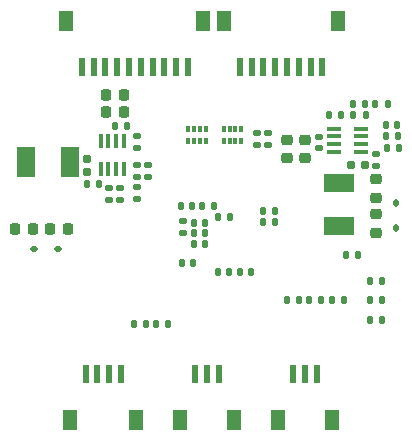
<source format=gbr>
%TF.GenerationSoftware,KiCad,Pcbnew,7.0.9*%
%TF.CreationDate,2023-12-01T13:28:00+08:00*%
%TF.ProjectId,NewSkyF7-Air,4e657753-6b79-4463-972d-4169722e6b69,rev?*%
%TF.SameCoordinates,Original*%
%TF.FileFunction,Paste,Bot*%
%TF.FilePolarity,Positive*%
%FSLAX46Y46*%
G04 Gerber Fmt 4.6, Leading zero omitted, Abs format (unit mm)*
G04 Created by KiCad (PCBNEW 7.0.9) date 2023-12-01 13:28:00*
%MOMM*%
%LPD*%
G01*
G04 APERTURE LIST*
G04 Aperture macros list*
%AMRoundRect*
0 Rectangle with rounded corners*
0 $1 Rounding radius*
0 $2 $3 $4 $5 $6 $7 $8 $9 X,Y pos of 4 corners*
0 Add a 4 corners polygon primitive as box body*
4,1,4,$2,$3,$4,$5,$6,$7,$8,$9,$2,$3,0*
0 Add four circle primitives for the rounded corners*
1,1,$1+$1,$2,$3*
1,1,$1+$1,$4,$5*
1,1,$1+$1,$6,$7*
1,1,$1+$1,$8,$9*
0 Add four rect primitives between the rounded corners*
20,1,$1+$1,$2,$3,$4,$5,0*
20,1,$1+$1,$4,$5,$6,$7,0*
20,1,$1+$1,$6,$7,$8,$9,0*
20,1,$1+$1,$8,$9,$2,$3,0*%
G04 Aperture macros list end*
%ADD10RoundRect,0.140000X-0.140000X-0.170000X0.140000X-0.170000X0.140000X0.170000X-0.140000X0.170000X0*%
%ADD11RoundRect,0.140000X0.140000X0.170000X-0.140000X0.170000X-0.140000X-0.170000X0.140000X-0.170000X0*%
%ADD12RoundRect,0.135000X-0.185000X0.135000X-0.185000X-0.135000X0.185000X-0.135000X0.185000X0.135000X0*%
%ADD13RoundRect,0.135000X0.185000X-0.135000X0.185000X0.135000X-0.185000X0.135000X-0.185000X-0.135000X0*%
%ADD14RoundRect,0.225000X-0.225000X-0.250000X0.225000X-0.250000X0.225000X0.250000X-0.225000X0.250000X0*%
%ADD15RoundRect,0.140000X-0.170000X0.140000X-0.170000X-0.140000X0.170000X-0.140000X0.170000X0.140000X0*%
%ADD16RoundRect,0.135000X-0.135000X-0.185000X0.135000X-0.185000X0.135000X0.185000X-0.135000X0.185000X0*%
%ADD17R,1.200000X1.800000*%
%ADD18R,0.600000X1.550000*%
%ADD19RoundRect,0.225000X-0.250000X0.225000X-0.250000X-0.225000X0.250000X-0.225000X0.250000X0.225000X0*%
%ADD20RoundRect,0.140000X0.170000X-0.140000X0.170000X0.140000X-0.170000X0.140000X-0.170000X-0.140000X0*%
%ADD21R,0.320000X0.500000*%
%ADD22RoundRect,0.135000X0.135000X0.185000X-0.135000X0.185000X-0.135000X-0.185000X0.135000X-0.185000X0*%
%ADD23RoundRect,0.225000X0.250000X-0.225000X0.250000X0.225000X-0.250000X0.225000X-0.250000X-0.225000X0*%
%ADD24RoundRect,0.112500X-0.112500X0.187500X-0.112500X-0.187500X0.112500X-0.187500X0.112500X0.187500X0*%
%ADD25R,0.300000X1.300000*%
%ADD26RoundRect,0.155000X0.212500X0.155000X-0.212500X0.155000X-0.212500X-0.155000X0.212500X-0.155000X0*%
%ADD27RoundRect,0.225000X0.225000X0.250000X-0.225000X0.250000X-0.225000X-0.250000X0.225000X-0.250000X0*%
%ADD28R,2.500000X1.500000*%
%ADD29R,1.500000X2.500000*%
%ADD30R,1.300000X0.300000*%
%ADD31RoundRect,0.155000X0.155000X-0.212500X0.155000X0.212500X-0.155000X0.212500X-0.155000X-0.212500X0*%
%ADD32RoundRect,0.112500X-0.187500X-0.112500X0.187500X-0.112500X0.187500X0.112500X-0.187500X0.112500X0*%
G04 APERTURE END LIST*
D10*
%TO.C,C25*%
X120270000Y-80790000D03*
X121230000Y-80790000D03*
%TD*%
D11*
%TO.C,C33*%
X132080000Y-83950000D03*
X131120000Y-83950000D03*
%TD*%
D12*
%TO.C,R9*%
X113400000Y-76380000D03*
X113400000Y-77400000D03*
%TD*%
D11*
%TO.C,C24*%
X119130000Y-82160000D03*
X118170000Y-82160000D03*
%TD*%
D13*
%TO.C,R12*%
X114340000Y-77400000D03*
X114340000Y-76380000D03*
%TD*%
D14*
%TO.C,C4*%
X110745000Y-71870000D03*
X112295000Y-71870000D03*
%TD*%
D10*
%TO.C,C8*%
X134472500Y-73010000D03*
X135432500Y-73010000D03*
%TD*%
D15*
%TO.C,C9*%
X111960000Y-78340000D03*
X111960000Y-79300000D03*
%TD*%
D16*
%TO.C,R13*%
X133572500Y-71160000D03*
X134592500Y-71160000D03*
%TD*%
D15*
%TO.C,C40*%
X124500000Y-73680000D03*
X124500000Y-74640000D03*
%TD*%
D11*
%TO.C,C29*%
X119130000Y-81240000D03*
X118170000Y-81240000D03*
%TD*%
%TO.C,C36*%
X130890000Y-87760000D03*
X129930000Y-87760000D03*
%TD*%
D17*
%TO.C,J1*%
X113330000Y-97945000D03*
X107730000Y-97945000D03*
D18*
X112030000Y-94070000D03*
X111030000Y-94070000D03*
X110030000Y-94070000D03*
X109030000Y-94070000D03*
%TD*%
D19*
%TO.C,C1*%
X126120000Y-74225000D03*
X126120000Y-75775000D03*
%TD*%
D11*
%TO.C,C30*%
X123030000Y-85410000D03*
X122070000Y-85410000D03*
%TD*%
D16*
%TO.C,R33*%
X134462500Y-73950000D03*
X135482500Y-73950000D03*
%TD*%
D11*
%TO.C,C28*%
X118050000Y-79820000D03*
X117090000Y-79820000D03*
%TD*%
D20*
%TO.C,C46*%
X123580000Y-74640000D03*
X123580000Y-73680000D03*
%TD*%
D21*
%TO.C,RN2*%
X120720000Y-73340000D03*
X121220000Y-73340000D03*
X121720000Y-73340000D03*
X122220000Y-73340000D03*
X122220000Y-74340000D03*
X121720000Y-74340000D03*
X121220000Y-74340000D03*
X120720000Y-74340000D03*
%TD*%
D22*
%TO.C,R11*%
X132722500Y-71160000D03*
X131702500Y-71160000D03*
%TD*%
D17*
%TO.C,J4*%
X120780000Y-64181750D03*
X130380000Y-64181750D03*
D18*
X122080000Y-68056750D03*
X123080000Y-68056750D03*
X124080000Y-68056750D03*
X125080000Y-68056750D03*
X126080000Y-68056750D03*
X127080000Y-68056750D03*
X128080000Y-68056750D03*
X129080000Y-68056750D03*
%TD*%
D11*
%TO.C,C27*%
X118120000Y-84650000D03*
X117160000Y-84650000D03*
%TD*%
D13*
%TO.C,R4*%
X111030000Y-79350000D03*
X111030000Y-78330000D03*
%TD*%
D14*
%TO.C,C15*%
X103065000Y-81800000D03*
X104615000Y-81800000D03*
%TD*%
D23*
%TO.C,C17*%
X133620000Y-82105000D03*
X133620000Y-80555000D03*
%TD*%
D13*
%TO.C,R18*%
X117260000Y-82100000D03*
X117260000Y-81080000D03*
%TD*%
D10*
%TO.C,C6*%
X111550000Y-73060000D03*
X112510000Y-73060000D03*
%TD*%
D22*
%TO.C,R26*%
X127110000Y-87770000D03*
X126090000Y-87770000D03*
%TD*%
%TO.C,R2*%
X135562500Y-74900000D03*
X134542500Y-74900000D03*
%TD*%
D14*
%TO.C,C2*%
X110745000Y-70410000D03*
X112295000Y-70410000D03*
%TD*%
D12*
%TO.C,R8*%
X133640000Y-75400000D03*
X133640000Y-76420000D03*
%TD*%
%TO.C,R14*%
X113410000Y-78240000D03*
X113410000Y-79260000D03*
%TD*%
D24*
%TO.C,D1*%
X135320000Y-79582500D03*
X135320000Y-81682500D03*
%TD*%
D11*
%TO.C,C31*%
X121210000Y-85410000D03*
X120250000Y-85410000D03*
%TD*%
D16*
%TO.C,R1*%
X129622500Y-72140000D03*
X130642500Y-72140000D03*
%TD*%
D25*
%TO.C,IC2*%
X112260000Y-76670000D03*
X111610000Y-76670000D03*
X110960000Y-76670000D03*
X110310000Y-76670000D03*
X110310000Y-74370000D03*
X110960000Y-74370000D03*
X111610000Y-74370000D03*
X112260000Y-74370000D03*
%TD*%
D17*
%TO.C,J36*%
X107410000Y-64180000D03*
X119010000Y-64180000D03*
D18*
X108710000Y-68055000D03*
X109710000Y-68055000D03*
X110710000Y-68055000D03*
X111710000Y-68055000D03*
X112710000Y-68055000D03*
X113710000Y-68055000D03*
X114710000Y-68055000D03*
X115710000Y-68055000D03*
X116710000Y-68055000D03*
X117710000Y-68055000D03*
%TD*%
D26*
%TO.C,C10*%
X132647500Y-76380000D03*
X131512500Y-76380000D03*
%TD*%
D27*
%TO.C,C18*%
X107580000Y-81800000D03*
X106030000Y-81800000D03*
%TD*%
D10*
%TO.C,C26*%
X118920000Y-79820000D03*
X119880000Y-79820000D03*
%TD*%
D16*
%TO.C,R7*%
X131712500Y-72100000D03*
X132732500Y-72100000D03*
%TD*%
%TO.C,R35*%
X114980000Y-89820000D03*
X116000000Y-89820000D03*
%TD*%
D28*
%TO.C,L2*%
X130510000Y-77850000D03*
X130510000Y-81550000D03*
%TD*%
D19*
%TO.C,C3*%
X127580000Y-74220000D03*
X127580000Y-75770000D03*
%TD*%
D22*
%TO.C,R15*%
X125080000Y-81160000D03*
X124060000Y-81160000D03*
%TD*%
D29*
%TO.C,L3*%
X107690000Y-76120000D03*
X103990000Y-76120000D03*
%TD*%
D15*
%TO.C,C5*%
X128770000Y-73955000D03*
X128770000Y-74915000D03*
%TD*%
D30*
%TO.C,IC1*%
X132340000Y-73280000D03*
X132340000Y-73930000D03*
X132340000Y-74580000D03*
X132340000Y-75230000D03*
X130040000Y-75230000D03*
X130040000Y-74580000D03*
X130040000Y-73930000D03*
X130040000Y-73280000D03*
%TD*%
D22*
%TO.C,R17*%
X134100000Y-89480000D03*
X133080000Y-89480000D03*
%TD*%
D31*
%TO.C,C11*%
X109160000Y-76957500D03*
X109160000Y-75822500D03*
%TD*%
D22*
%TO.C,R10*%
X110140000Y-77950000D03*
X109120000Y-77950000D03*
%TD*%
D11*
%TO.C,C23*%
X119130000Y-83080000D03*
X118170000Y-83080000D03*
%TD*%
D19*
%TO.C,C14*%
X133620000Y-77585000D03*
X133620000Y-79135000D03*
%TD*%
D12*
%TO.C,R3*%
X113410000Y-73940000D03*
X113410000Y-74960000D03*
%TD*%
D21*
%TO.C,RN1*%
X119210000Y-74340000D03*
X118710000Y-74340000D03*
X118210000Y-74340000D03*
X117710000Y-74340000D03*
X117710000Y-73340000D03*
X118210000Y-73340000D03*
X118710000Y-73340000D03*
X119210000Y-73340000D03*
%TD*%
D11*
%TO.C,C38*%
X128920000Y-87760000D03*
X127960000Y-87760000D03*
%TD*%
D22*
%TO.C,R21*%
X134100000Y-87830000D03*
X133080000Y-87830000D03*
%TD*%
D17*
%TO.C,J3*%
X121620000Y-97945000D03*
X117020000Y-97945000D03*
D18*
X120320000Y-94070000D03*
X119320000Y-94070000D03*
X118320000Y-94070000D03*
%TD*%
D16*
%TO.C,R34*%
X113110000Y-89820000D03*
X114130000Y-89820000D03*
%TD*%
D22*
%TO.C,R20*%
X134110000Y-86150000D03*
X133090000Y-86150000D03*
%TD*%
D32*
%TO.C,D2*%
X104622500Y-83490000D03*
X106722500Y-83490000D03*
%TD*%
D17*
%TO.C,J2*%
X129910000Y-97945000D03*
X125310000Y-97945000D03*
D18*
X128610000Y-94070000D03*
X127610000Y-94070000D03*
X126610000Y-94070000D03*
%TD*%
D16*
%TO.C,R16*%
X124060000Y-80220000D03*
X125080000Y-80220000D03*
%TD*%
M02*

</source>
